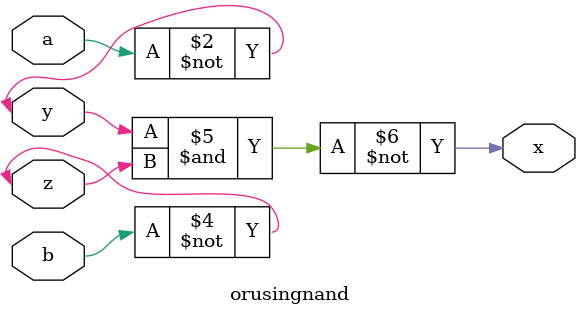
<source format=v>
module orusingnand
(
    input a,
    input b,
    inout y,
    inout z,
    output x
);

assign y = ~(a & a);
assign z = ~(b & b);
assign x = ~(y & z);

endmodule
</source>
